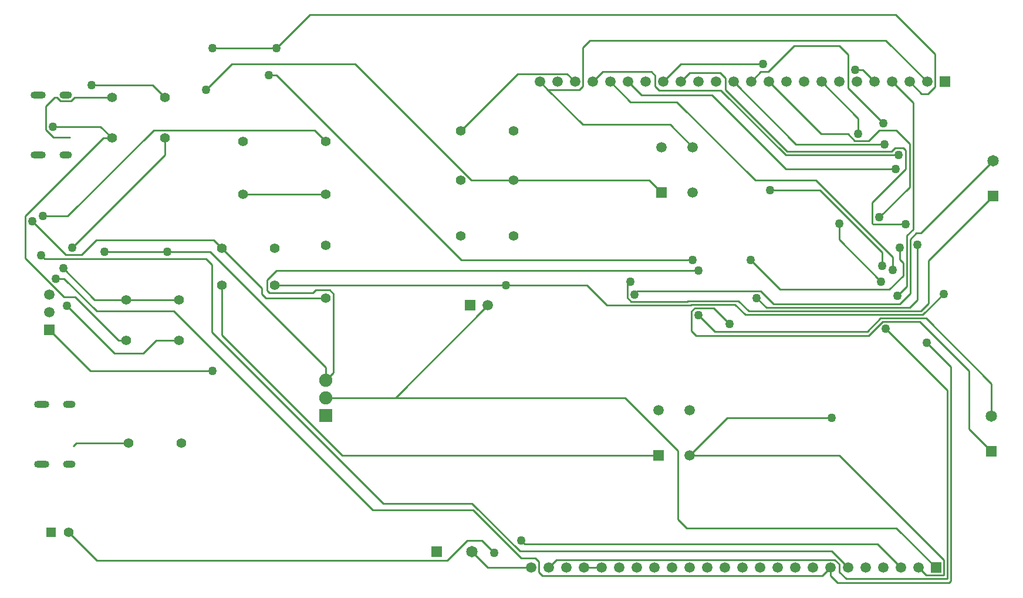
<source format=gbr>
%TF.GenerationSoftware,Altium Limited,Altium Designer,24.3.1 (35)*%
G04 Layer_Physical_Order=2*
G04 Layer_Color=16711680*
%FSLAX45Y45*%
%MOMM*%
%TF.SameCoordinates,9497362C-8314-4730-AF2A-4C837BA13D10*%
%TF.FilePolarity,Positive*%
%TF.FileFunction,Copper,L2,Bot,Signal*%
%TF.Part,Single*%
G01*
G75*
%TA.AperFunction,Conductor*%
%ADD22C,0.25400*%
%TA.AperFunction,ComponentPad*%
%ADD23C,1.65000*%
%ADD24R,1.65000X1.65000*%
%ADD25C,1.50000*%
%ADD26R,1.50000X1.50000*%
%ADD27R,1.65000X1.65000*%
%ADD28C,1.40000*%
%ADD29R,1.40000X1.40000*%
G04:AMPARAMS|DCode=30|XSize=1mm|YSize=1.8mm|CornerRadius=0.5mm|HoleSize=0mm|Usage=FLASHONLY|Rotation=270.000|XOffset=0mm|YOffset=0mm|HoleType=Round|Shape=RoundedRectangle|*
%AMROUNDEDRECTD30*
21,1,1.00000,0.80000,0,0,270.0*
21,1,0.00000,1.80000,0,0,270.0*
1,1,1.00000,-0.40000,0.00000*
1,1,1.00000,-0.40000,0.00000*
1,1,1.00000,0.40000,0.00000*
1,1,1.00000,0.40000,0.00000*
%
%ADD30ROUNDEDRECTD30*%
G04:AMPARAMS|DCode=31|XSize=1mm|YSize=2.2mm|CornerRadius=0.5mm|HoleSize=0mm|Usage=FLASHONLY|Rotation=270.000|XOffset=0mm|YOffset=0mm|HoleType=Round|Shape=RoundedRectangle|*
%AMROUNDEDRECTD31*
21,1,1.00000,1.20000,0,0,270.0*
21,1,0.00000,2.20000,0,0,270.0*
1,1,1.00000,-0.60000,0.00000*
1,1,1.00000,-0.60000,0.00000*
1,1,1.00000,0.60000,0.00000*
1,1,1.00000,0.60000,0.00000*
%
%ADD31ROUNDEDRECTD31*%
%ADD32C,1.91000*%
%ADD33R,1.91000X1.91000*%
%ADD34R,1.50000X1.50000*%
%TA.AperFunction,ViaPad*%
%ADD35C,1.27000*%
D22*
X12915900Y5702300D02*
X13169901D01*
X11320780Y6530340D02*
X12009120Y5842000D01*
X11303752Y6626860D02*
X11991741Y5938871D01*
X12009120Y6093460D02*
X12059920Y6042660D01*
X11531600Y5702300D02*
X12153900D01*
X14274800Y6400800D02*
Y7388860D01*
X17147540Y6042660D02*
X17487900Y5702300D01*
X14401801Y6273800D02*
X17424400D01*
X16489330Y5938871D02*
X16725900Y5702300D01*
X12059920Y6042660D02*
X17147540D01*
X11991741Y5938871D02*
X16489330D01*
X14274800Y6400800D02*
X14401801Y6273800D01*
X12217400Y5842000D02*
X12268200Y5791200D01*
X12009120Y5842000D02*
X12217400D01*
X16532860Y5816600D02*
X16598900Y5750560D01*
X12522200Y5816600D02*
X16532860D01*
X12407900Y5702300D02*
X12522200Y5816600D01*
X18211800Y5506720D02*
Y8595680D01*
X18186400Y5481320D02*
X18211800Y5506720D01*
X16578580Y5481320D02*
X18186400D01*
X18159801Y5538399D02*
Y8258739D01*
X16699301Y5538399D02*
X18159801D01*
X16598900Y5638800D02*
X16699301Y5538399D01*
X16598900Y5638800D02*
Y5750560D01*
X18109001Y5589199D02*
Y5815401D01*
X17741901Y5702300D02*
X17855000Y5589199D01*
X16603999Y7320402D02*
X18109001Y5815401D01*
X17855000Y5589199D02*
X18109001D01*
X17424400Y6273800D02*
X17995900Y5702300D01*
X12319000Y5588000D02*
X16357600D01*
X16471899D02*
Y5702300D01*
X16357600Y5588000D02*
X16471899Y5702300D01*
X12268200Y5638800D02*
Y5791200D01*
Y5638800D02*
X12319000Y5588000D01*
X16471899D02*
X16578580Y5481320D01*
X5364706Y12434298D02*
X5517690D01*
X5281900Y12482800D02*
X5316205D01*
X5517690Y12434298D02*
X5566192Y12482800D01*
X5156200Y12022916D02*
Y12357100D01*
X5281900Y12482800D01*
X5316205D02*
X5364706Y12434298D01*
X5566192Y12482800D02*
X6108700D01*
X5266516Y11912600D02*
X5499100D01*
X5156200Y12022916D02*
X5266516Y11912600D01*
X5592501Y7497501D02*
X6350000D01*
X5549900Y7454900D02*
X5592501Y7497501D01*
X10197099Y8152399D02*
X13511261D01*
X9194800D02*
X10197099D01*
X6908800Y10259060D02*
X7528560D01*
X5999480D02*
X6908800D01*
X12395200Y12598400D02*
X12900661Y12092940D01*
X12280900Y12712700D02*
X12395200Y12598400D01*
X11790680Y9779000D02*
X12964160D01*
X10197099Y8152399D02*
X11531600Y9486900D01*
X5207000Y9131300D02*
X5801360Y8536940D01*
X7556500D01*
X7528560Y10259060D02*
X9194800Y8592820D01*
X8369300Y12806680D02*
X8481060D01*
X11145520Y10142220D01*
X14483080D01*
X9430898Y7320402D02*
X13989899D01*
X7693198Y9058102D02*
X9430898Y7320402D01*
X7693198Y9058102D02*
Y9779000D01*
X7467600Y12598888D02*
X7840492Y12971780D01*
X9613900D01*
X11295380Y11290300D01*
X11899900D01*
X5984469Y11901200D02*
X6108700D01*
X4857750Y10774482D02*
X5984469Y11901200D01*
X4857750Y10166350D02*
Y10774482D01*
Y10166350D02*
X5420218Y9603882D01*
X5579648D01*
X6204631Y8978900D01*
X6311900D01*
X12674600Y12827000D02*
X12788900Y12712700D01*
X11963400Y12827000D02*
X12674600D01*
X11137900Y12001500D02*
X11963400Y12827000D01*
X6870700Y11656060D02*
Y11901200D01*
X5534660Y10320020D02*
X6870700Y11656060D01*
X6691600Y12661900D02*
X6870700Y12482800D01*
X5816600Y12661900D02*
X6691600D01*
X11303000Y5930900D02*
X11531600Y5702300D01*
X17805762Y9350101D02*
X18105119Y9649460D01*
X15244719Y9350101D02*
X17805762D01*
X15095219Y9499600D02*
X15244719Y9350101D01*
X14463902Y9499600D02*
X15095219D01*
X14456284Y9491980D02*
X14463902Y9499600D01*
X13251180Y9491980D02*
X14456284D01*
X12964160Y9779000D02*
X13251180Y9491980D01*
X15826740Y11653520D02*
X17457420D01*
X14892020Y12588240D02*
X15826740Y11653520D01*
X14005560Y12588240D02*
X14892020D01*
X13944600Y12649200D02*
X14005560Y12588240D01*
X13944600Y12649200D02*
Y12801601D01*
X13888721Y12857480D02*
X13944600Y12801601D01*
X13187680Y12857480D02*
X13888721D01*
X13042900Y12712700D02*
X13187680Y12857480D01*
X13296899Y12712700D02*
X13589000Y12420600D01*
X14257021D01*
X15387320Y11290300D01*
X16263620D01*
X17373599Y10180320D01*
Y9997440D02*
Y10180320D01*
X14315440Y12969240D02*
X15501620D01*
X14058900Y12712700D02*
X14315440Y12969240D01*
X17726660Y9562272D02*
Y10357978D01*
X17616089Y9451701D02*
X17726660Y9562272D01*
X15549519Y9451701D02*
X17616089D01*
X15410181Y9591040D02*
X15549519Y9451701D01*
X14312900Y12712700D02*
X14439900Y12839700D01*
X14884399D01*
X14958060Y12766040D01*
Y12598400D02*
Y12766040D01*
Y12598400D02*
X15849600Y11706860D01*
X17355820D01*
X17404080Y11755120D01*
X17525999D01*
X17561560Y11719560D01*
Y11455400D02*
Y11719560D01*
X17078960Y10972800D02*
X17561560Y11455400D01*
X17078960Y10668000D02*
Y10972800D01*
Y10668000D02*
X17094200Y10652760D01*
X17561560D01*
X15977260Y11810340D02*
X17254221D01*
X15074899Y12712700D02*
X15977260Y11810340D01*
X16725900Y12621260D02*
X17236440Y12110720D01*
X16725900Y12621260D02*
Y13106400D01*
X16601440Y13230859D02*
X16725900Y13106400D01*
X15952505Y13230859D02*
X16601440D01*
X15575909Y12854263D02*
X15952505Y13230859D01*
X15470464Y12854263D02*
X15575909D01*
X15328900Y12712700D02*
X15470464Y12854263D01*
X16875760Y11963400D02*
Y12181840D01*
X16344901Y12712700D02*
X16875760Y12181840D01*
X16598900Y10433959D02*
Y10668000D01*
Y10433959D02*
X17205960Y9826899D01*
X17271638Y9146901D02*
X18159801Y8258739D01*
X9870440Y6530340D02*
X11320780D01*
X6997700Y9403080D02*
X9870440Y6530340D01*
X5887720Y9403080D02*
X6997700D01*
X5420360Y9870440D02*
X5887720Y9403080D01*
X5298440Y9870440D02*
X5420360D01*
X17861279Y8946200D02*
X18211800Y8595680D01*
X5085080Y10205720D02*
X5135352Y10155448D01*
X7467072D01*
X7548880Y10073640D01*
Y9098280D02*
Y10073640D01*
Y9098280D02*
X10020300Y6626860D01*
X11303752D01*
X4960620Y10701020D02*
X5443220Y10218420D01*
X5671820D01*
X5885180Y10431780D01*
X7573818D01*
X7693198Y10312400D01*
X13540739Y9779000D02*
X13589000Y9827260D01*
X13540739Y9601200D02*
Y9779000D01*
Y9601200D02*
X13599159Y9542780D01*
X14405482D01*
X14413103Y9550400D01*
X15146021D01*
X15295518Y9400901D01*
X17780360D01*
X17891760Y9512300D01*
Y10132060D01*
X18821400Y11061700D01*
X18470880Y7703820D02*
X18796001Y7378700D01*
X18470880Y7703820D02*
Y8539480D01*
X17761859Y9248501D02*
X18470880Y8539480D01*
X17224878Y9248501D02*
X17761859D01*
X17021317Y9044940D02*
X17224878Y9248501D01*
X14538960Y9044940D02*
X17021317D01*
X14467841Y9116060D02*
X14538960Y9044940D01*
X14467841Y9116060D02*
Y9400540D01*
X14516100Y9448800D01*
X14787880D01*
X15019020Y9217660D01*
X18796001Y7886700D02*
Y8354060D01*
X17850758Y9299301D02*
X18796001Y8354060D01*
X17196161Y9299301D02*
X17850758D01*
X17007840Y9110980D02*
X17196161Y9299301D01*
X14805659Y9110980D02*
X17007840D01*
X14569440Y9347200D02*
X14805659Y9110980D01*
X11442700Y6096000D02*
X11625580Y5913120D01*
X11229340Y6096000D02*
X11442700D01*
X10942320Y5808980D02*
X11229340Y6096000D01*
X5887720Y5808980D02*
X10942320D01*
X5486400Y6210300D02*
X5887720Y5808980D01*
X17221201Y10055860D02*
Y10246360D01*
X16322040Y11145520D02*
X17221201Y10246360D01*
X15603220Y11145520D02*
X16322040D01*
X11899900Y11290300D02*
X13860902D01*
X14033501Y11117702D01*
X17777460Y10525760D02*
X18821400Y11569700D01*
X17711420Y10525760D02*
X17777460D01*
X17625060Y10439400D02*
X17711420Y10525760D01*
X17625060Y10198100D02*
Y10439400D01*
Y10198100D02*
X17627600Y10195560D01*
Y9657080D02*
Y10195560D01*
X17473021Y9502501D02*
X17627600Y9657080D01*
X15653659Y9502501D02*
X17473021D01*
X15463519Y9692640D02*
X15653659Y9502501D01*
X13690601Y9692640D02*
X15463519D01*
X13642340Y9644380D02*
X13690601Y9692640D01*
X8455198Y9779000D02*
X11790680D01*
X5859780Y9563100D02*
X6311900D01*
X5405120Y10017760D02*
X5859780Y9563100D01*
X13511261Y8152399D02*
X14274800Y7388860D01*
X9194800Y8407400D02*
Y8592820D01*
X8331200Y9588500D02*
X9194800D01*
X8272780Y9646920D02*
X8331200Y9588500D01*
X8272780Y9646920D02*
Y9732818D01*
X7693198Y10312400D02*
X8272780Y9732818D01*
X8481060Y9989820D02*
X14566901D01*
X8346440Y9855200D02*
X8481060Y9989820D01*
X8346440Y9702800D02*
Y9855200D01*
Y9702800D02*
X8379460Y9669780D01*
X9009380D01*
X9044940Y9705340D01*
X9250680D01*
X9304020Y9652000D01*
Y8516620D02*
Y9652000D01*
X9194800Y8407400D02*
X9304020Y8516620D01*
X7559040Y13192760D02*
X8481060D01*
X13550900Y12712700D02*
X13743941Y12519660D01*
X14762480D01*
X15826740Y11455400D01*
X17411700D01*
X15318739Y10142220D02*
X15748000Y9712960D01*
X17322800D01*
X17524730Y9914890D01*
Y10100310D01*
X17472659Y10152380D02*
X17524730Y10100310D01*
X17472659Y10152380D02*
Y10314940D01*
X17440819Y9622699D02*
X17576801Y9758680D01*
Y10147300D01*
X17574260Y10149840D02*
X17576801Y10147300D01*
X17574260Y10149840D02*
Y10492080D01*
X17665700Y10583520D01*
Y12407900D01*
X17360899Y12712700D02*
X17665700Y12407900D01*
X6743700Y8978900D02*
X7073900D01*
X6555740Y8790940D02*
X6743700Y8978900D01*
X6146800Y8790940D02*
X6555740D01*
X5455920Y9481820D02*
X6146800Y8790940D01*
X9031000Y12014200D02*
X9194800Y11850400D01*
X6713220Y12014200D02*
X9031000D01*
X5471160Y10772140D02*
X6713220Y12014200D01*
X5111750Y10772140D02*
X5471160D01*
X5257800Y12065000D02*
X5944900D01*
X6108700Y11901200D01*
X8481060Y13192760D02*
X8966200Y13677901D01*
X17416780D01*
X17983200Y13111481D01*
Y12641580D02*
Y13111481D01*
X17881599Y12539980D02*
X17983200Y12641580D01*
X17787621Y12539980D02*
X17881599D01*
X17614900Y12712700D02*
X17787621Y12539980D01*
X12395200Y12598400D02*
X12852400D01*
X12903200Y12649200D01*
Y13208000D01*
X13004800Y13309599D01*
X17272000D01*
X17868900Y12712700D01*
X14439900Y7320402D02*
X14980798Y7861300D01*
X16489964D01*
X14439900Y7320402D02*
X16603999D01*
X16827499Y12882880D02*
X16936720D01*
X17106900Y12712700D01*
X15582899D02*
X16337280Y11958320D01*
X16727892D01*
X16825072Y11861140D01*
X17028271D01*
X17176253Y12009120D01*
X17424400D01*
X17614900Y11818620D01*
Y11193780D02*
Y11818620D01*
X17180560Y10759440D02*
X17614900Y11193780D01*
X14158260Y12092940D02*
X14483502Y11767698D01*
X12900661Y12092940D02*
X14158260D01*
X6311900Y9563100D02*
X7073900D01*
X8001000Y11088400D02*
X9194800D01*
D23*
X18796001Y7886700D02*
D03*
X11303000Y5930900D02*
D03*
X18821400Y11569700D02*
D03*
D24*
X18796001Y7378700D02*
D03*
X18821400Y11061700D02*
D03*
D25*
X12153900Y5702300D02*
D03*
X12407900D02*
D03*
X12661900D02*
D03*
X12915900D02*
D03*
X13169901D02*
D03*
X13423900D02*
D03*
X13677901D02*
D03*
X13931900D02*
D03*
X14185899D02*
D03*
X14439900D02*
D03*
X14693900D02*
D03*
X14947900D02*
D03*
X15201900D02*
D03*
X15455901D02*
D03*
X15709900D02*
D03*
X15963901D02*
D03*
X16217900D02*
D03*
X16471899D02*
D03*
X16725900D02*
D03*
X16979900D02*
D03*
X17233900D02*
D03*
X17487900D02*
D03*
X17741901D02*
D03*
X12280900Y12712700D02*
D03*
X12534900D02*
D03*
X12788900D02*
D03*
X13042900D02*
D03*
X13296899D02*
D03*
X13550900D02*
D03*
X13804900D02*
D03*
X14058900D02*
D03*
X14312900D02*
D03*
X14566901D02*
D03*
X14820900D02*
D03*
X15074899D02*
D03*
X15328900D02*
D03*
X15582899D02*
D03*
X15836900D02*
D03*
X16090900D02*
D03*
X16344901D02*
D03*
X16598900D02*
D03*
X16852901D02*
D03*
X17106900D02*
D03*
X17360899D02*
D03*
X17614900D02*
D03*
X17868900D02*
D03*
X11531600Y9486900D02*
D03*
X5207000Y9385300D02*
D03*
Y9639300D02*
D03*
X14483502Y11117702D02*
D03*
Y11767698D02*
D03*
X14033501D02*
D03*
X14439900Y7320402D02*
D03*
Y7970398D02*
D03*
X13989899D02*
D03*
D26*
X17995900Y5702300D02*
D03*
X18122900Y12712700D02*
D03*
X11277600Y9486900D02*
D03*
D27*
X10795000Y5930900D02*
D03*
D28*
X8001000Y11850400D02*
D03*
Y11088400D02*
D03*
X11137900Y10490200D02*
D03*
X11899900D02*
D03*
X5486400Y6210300D02*
D03*
X6350000Y7497501D02*
D03*
X7112000D02*
D03*
X9194800Y10350500D02*
D03*
Y9588500D02*
D03*
Y11850400D02*
D03*
Y11088400D02*
D03*
X6108700Y12482800D02*
D03*
X6870700D02*
D03*
Y11901200D02*
D03*
X6108700D02*
D03*
X6311900Y9563100D02*
D03*
X7073900D02*
D03*
X6311900Y8978900D02*
D03*
X7073900D02*
D03*
X7693198Y10312400D02*
D03*
X8455198D02*
D03*
X11137900Y12001500D02*
D03*
X11899900D02*
D03*
X7693198Y9779000D02*
D03*
X8455198D02*
D03*
X11137900Y11290300D02*
D03*
X11899900D02*
D03*
D29*
X5232400Y6210300D02*
D03*
D30*
X5441198Y11658402D02*
D03*
Y12522398D02*
D03*
X5492750Y7190501D02*
D03*
Y8054503D02*
D03*
D31*
X5041199Y11658402D02*
D03*
Y12522398D02*
D03*
X5092751Y7190501D02*
D03*
Y8054503D02*
D03*
D32*
X9194800Y8407400D02*
D03*
Y8152399D02*
D03*
D33*
Y7897398D02*
D03*
D34*
X5207000Y9131300D02*
D03*
X14033501Y11117702D02*
D03*
X13989899Y7320402D02*
D03*
D35*
X12009120Y6093460D02*
D03*
X7556500Y8536940D02*
D03*
X5999480Y10259060D02*
D03*
X8369300Y12806680D02*
D03*
X14483080Y10142220D02*
D03*
X7467600Y12598888D02*
D03*
X5534660Y10320020D02*
D03*
X5816600Y12661900D02*
D03*
X18105119Y9649460D02*
D03*
X17457420Y11653520D02*
D03*
X17373599Y9997440D02*
D03*
X15501620Y12969240D02*
D03*
X17726660Y10357978D02*
D03*
X15410181Y9591040D02*
D03*
X17561560Y10652760D02*
D03*
X17254221Y11810340D02*
D03*
X17236440Y12110720D02*
D03*
X16875760Y11963400D02*
D03*
X16598900Y10668000D02*
D03*
X17205960Y9826899D02*
D03*
X17271638Y9146901D02*
D03*
X5298440Y9870440D02*
D03*
X17861279Y8946200D02*
D03*
X5085080Y10205720D02*
D03*
X4960620Y10701020D02*
D03*
X13589000Y9827260D02*
D03*
X15019020Y9217660D02*
D03*
X14569440Y9347200D02*
D03*
X11625580Y5913120D02*
D03*
X17221201Y10055860D02*
D03*
X15603220Y11145520D02*
D03*
X13642340Y9644380D02*
D03*
X11790680Y9779000D02*
D03*
X5405120Y10017760D02*
D03*
X6908800Y10259060D02*
D03*
X14566901Y9989820D02*
D03*
X7559040Y13192760D02*
D03*
X17411700Y11455400D02*
D03*
X15318739Y10142220D02*
D03*
X17472659Y10314940D02*
D03*
X17440819Y9622699D02*
D03*
X5455920Y9481820D02*
D03*
X5111750Y10772140D02*
D03*
X5257800Y12065000D02*
D03*
X8481060Y13192760D02*
D03*
X16489964Y7861300D02*
D03*
X16827499Y12882880D02*
D03*
X17180560Y10759440D02*
D03*
%TF.MD5,48ad991f5eb41d9375e57d027db41f5a*%
M02*

</source>
